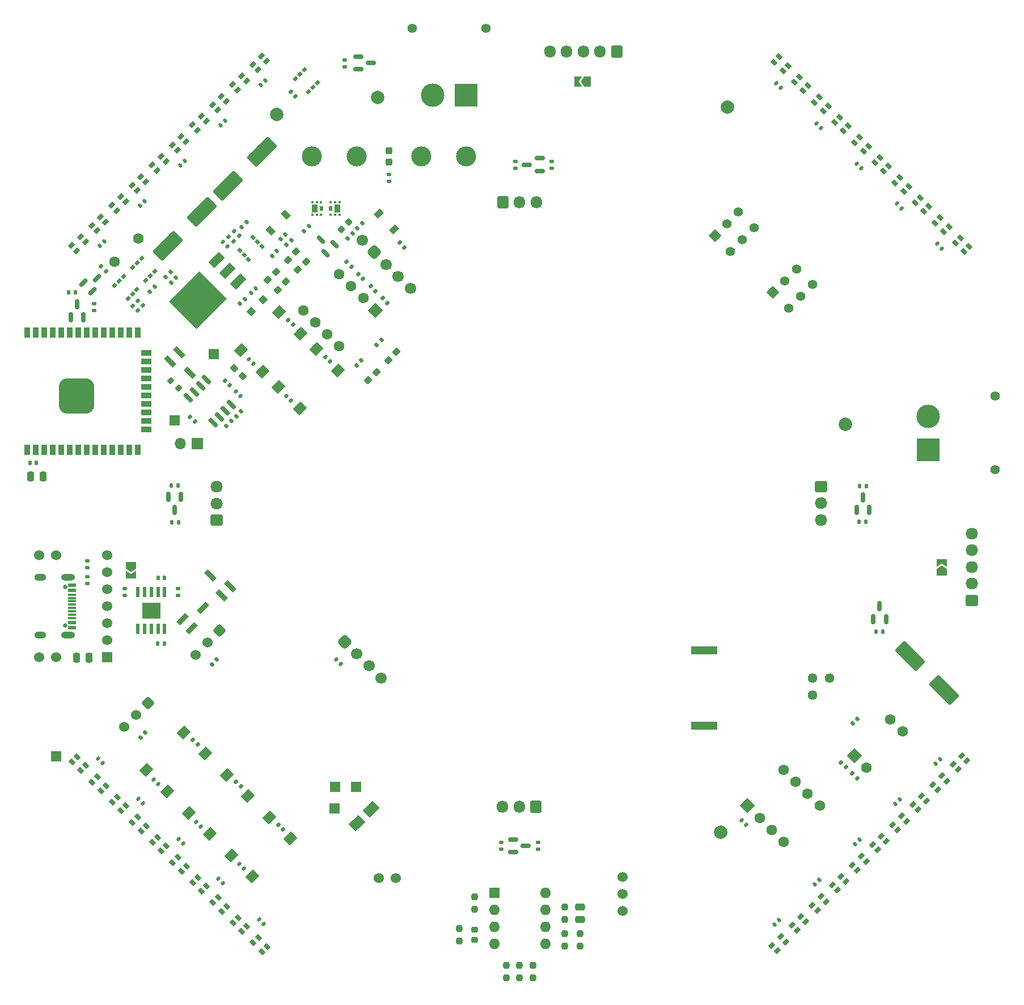
<source format=gbr>
%TF.GenerationSoftware,KiCad,Pcbnew,(6.0.11)*%
%TF.CreationDate,2023-10-13T19:34:53+09:00*%
%TF.ProjectId,ESP32,45535033-322e-46b6-9963-61645f706362,rev?*%
%TF.SameCoordinates,Original*%
%TF.FileFunction,Soldermask,Top*%
%TF.FilePolarity,Negative*%
%FSLAX46Y46*%
G04 Gerber Fmt 4.6, Leading zero omitted, Abs format (unit mm)*
G04 Created by KiCad (PCBNEW (6.0.11)) date 2023-10-13 19:34:53*
%MOMM*%
%LPD*%
G01*
G04 APERTURE LIST*
G04 Aperture macros list*
%AMRoundRect*
0 Rectangle with rounded corners*
0 $1 Rounding radius*
0 $2 $3 $4 $5 $6 $7 $8 $9 X,Y pos of 4 corners*
0 Add a 4 corners polygon primitive as box body*
4,1,4,$2,$3,$4,$5,$6,$7,$8,$9,$2,$3,0*
0 Add four circle primitives for the rounded corners*
1,1,$1+$1,$2,$3*
1,1,$1+$1,$4,$5*
1,1,$1+$1,$6,$7*
1,1,$1+$1,$8,$9*
0 Add four rect primitives between the rounded corners*
20,1,$1+$1,$2,$3,$4,$5,0*
20,1,$1+$1,$4,$5,$6,$7,0*
20,1,$1+$1,$6,$7,$8,$9,0*
20,1,$1+$1,$8,$9,$2,$3,0*%
%AMHorizOval*
0 Thick line with rounded ends*
0 $1 width*
0 $2 $3 position (X,Y) of the first rounded end (center of the circle)*
0 $4 $5 position (X,Y) of the second rounded end (center of the circle)*
0 Add line between two ends*
20,1,$1,$2,$3,$4,$5,0*
0 Add two circle primitives to create the rounded ends*
1,1,$1,$2,$3*
1,1,$1,$4,$5*%
%AMRotRect*
0 Rectangle, with rotation*
0 The origin of the aperture is its center*
0 $1 length*
0 $2 width*
0 $3 Rotation angle, in degrees counterclockwise*
0 Add horizontal line*
21,1,$1,$2,0,0,$3*%
%AMFreePoly0*
4,1,6,1.000000,0.000000,0.500000,-0.750000,-0.500000,-0.750000,-0.500000,0.750000,0.500000,0.750000,1.000000,0.000000,1.000000,0.000000,$1*%
%AMFreePoly1*
4,1,6,0.500000,-0.750000,-0.650000,-0.750000,-0.150000,0.000000,-0.650000,0.750000,0.500000,0.750000,0.500000,-0.750000,0.500000,-0.750000,$1*%
G04 Aperture macros list end*
%ADD10RoundRect,0.140000X-0.021213X0.219203X-0.219203X0.021213X0.021213X-0.219203X0.219203X-0.021213X0*%
%ADD11RoundRect,0.250000X0.675000X-0.600000X0.675000X0.600000X-0.675000X0.600000X-0.675000X-0.600000X0*%
%ADD12O,1.850000X1.700000*%
%ADD13RoundRect,0.237500X-0.237500X0.250000X-0.237500X-0.250000X0.237500X-0.250000X0.237500X0.250000X0*%
%ADD14RoundRect,0.150000X0.150000X-0.587500X0.150000X0.587500X-0.150000X0.587500X-0.150000X-0.587500X0*%
%ADD15RoundRect,0.150000X-0.583363X0.371231X0.371231X-0.583363X0.583363X-0.371231X-0.371231X0.583363X0*%
%ADD16RoundRect,0.140000X0.021213X-0.219203X0.219203X-0.021213X-0.021213X0.219203X-0.219203X0.021213X0*%
%ADD17RotRect,0.900000X0.700000X135.000000*%
%ADD18RotRect,1.800000X0.800000X135.000000*%
%ADD19R,1.500000X1.500000*%
%ADD20RoundRect,0.237500X0.035355X0.371231X-0.371231X-0.035355X-0.035355X-0.371231X0.371231X0.035355X0*%
%ADD21RoundRect,0.140000X-0.170000X0.140000X-0.170000X-0.140000X0.170000X-0.140000X0.170000X0.140000X0*%
%ADD22RoundRect,0.140000X0.219203X0.021213X0.021213X0.219203X-0.219203X-0.021213X-0.021213X-0.219203X0*%
%ADD23RoundRect,0.135000X-0.226274X-0.035355X-0.035355X-0.226274X0.226274X0.035355X0.035355X0.226274X0*%
%ADD24RoundRect,0.250000X0.600000X0.675000X-0.600000X0.675000X-0.600000X-0.675000X0.600000X-0.675000X0*%
%ADD25O,1.700000X1.850000*%
%ADD26RoundRect,0.135000X0.135000X0.185000X-0.135000X0.185000X-0.135000X-0.185000X0.135000X-0.185000X0*%
%ADD27RoundRect,0.135000X-0.035355X0.226274X-0.226274X0.035355X0.035355X-0.226274X0.226274X-0.035355X0*%
%ADD28RoundRect,0.135000X-0.185000X0.135000X-0.185000X-0.135000X0.185000X-0.135000X0.185000X0.135000X0*%
%ADD29RoundRect,0.135000X0.226274X0.035355X0.035355X0.226274X-0.226274X-0.035355X-0.035355X-0.226274X0*%
%ADD30RoundRect,0.250000X0.250000X0.475000X-0.250000X0.475000X-0.250000X-0.475000X0.250000X-0.475000X0*%
%ADD31RotRect,1.600000X1.400000X225.000000*%
%ADD32R,1.700000X1.700000*%
%ADD33O,1.700000X1.700000*%
%ADD34RotRect,0.900000X0.700000X315.000000*%
%ADD35RoundRect,0.237500X-0.035355X-0.371231X0.371231X0.035355X0.035355X0.371231X-0.371231X-0.035355X0*%
%ADD36RotRect,0.575000X0.620000X225.000000*%
%ADD37RoundRect,0.140000X-0.219203X-0.021213X-0.021213X-0.219203X0.219203X0.021213X0.021213X0.219203X0*%
%ADD38RotRect,0.900000X0.700000X45.000000*%
%ADD39RotRect,0.900000X0.700000X225.000000*%
%ADD40RotRect,0.900000X1.200000X135.000000*%
%ADD41C,1.524000*%
%ADD42RoundRect,0.250001X-1.979898X0.848528X0.848528X-1.979898X1.979898X-0.848528X-0.848528X1.979898X0*%
%ADD43R,4.000000X1.200000*%
%ADD44C,1.600000*%
%ADD45RoundRect,0.150000X0.521491X-0.309359X-0.309359X0.521491X-0.521491X0.309359X0.309359X-0.521491X0*%
%ADD46RoundRect,0.150000X-0.587500X-0.150000X0.587500X-0.150000X0.587500X0.150000X-0.587500X0.150000X0*%
%ADD47FreePoly0,90.000000*%
%ADD48FreePoly1,90.000000*%
%ADD49C,1.400000*%
%ADD50R,3.500000X3.500000*%
%ADD51C,3.500000*%
%ADD52RoundRect,0.140000X0.140000X0.170000X-0.140000X0.170000X-0.140000X-0.170000X0.140000X-0.170000X0*%
%ADD53RoundRect,0.135000X0.185000X-0.135000X0.185000X0.135000X-0.185000X0.135000X-0.185000X-0.135000X0*%
%ADD54RotRect,1.600000X1.600000X225.000000*%
%ADD55HorizOval,1.600000X0.000000X0.000000X0.000000X0.000000X0*%
%ADD56RoundRect,0.237500X0.237500X-0.250000X0.237500X0.250000X-0.237500X0.250000X-0.237500X-0.250000X0*%
%ADD57R,0.950000X1.150000*%
%ADD58R,0.400000X0.425000*%
%ADD59R,0.480000X0.800000*%
%ADD60RotRect,1.600000X1.600000X45.000000*%
%ADD61HorizOval,1.600000X0.000000X0.000000X0.000000X0.000000X0*%
%ADD62RoundRect,0.135000X0.035355X-0.226274X0.226274X-0.035355X-0.035355X0.226274X-0.226274X0.035355X0*%
%ADD63RotRect,1.800000X0.800000X45.000000*%
%ADD64RotRect,1.000000X1.000000X45.000000*%
%ADD65C,2.000000*%
%ADD66R,0.600000X1.500000*%
%ADD67R,2.800000X2.400000*%
%ADD68R,1.600000X1.600000*%
%ADD69O,1.600000X1.600000*%
%ADD70FreePoly0,270.000000*%
%ADD71FreePoly1,270.000000*%
%ADD72RoundRect,0.237500X0.380070X-0.044194X-0.044194X0.380070X-0.380070X0.044194X0.044194X-0.380070X0*%
%ADD73RoundRect,0.381000X-0.538815X0.000000X0.000000X-0.538815X0.538815X0.000000X0.000000X0.538815X0*%
%ADD74RoundRect,0.250001X-0.848528X-1.979898X1.979898X0.848528X0.848528X1.979898X-1.979898X-0.848528X0*%
%ADD75C,1.440000*%
%ADD76C,0.650000*%
%ADD77R,1.150000X0.600000*%
%ADD78R,1.150000X0.300000*%
%ADD79O,2.100000X1.000000*%
%ADD80O,1.800000X1.000000*%
%ADD81FreePoly0,180.000000*%
%ADD82FreePoly1,180.000000*%
%ADD83RotRect,1.800000X0.800000X315.000000*%
%ADD84RoundRect,0.425000X-0.601041X0.000000X0.000000X-0.601041X0.601041X0.000000X0.000000X0.601041X0*%
%ADD85C,1.700000*%
%ADD86RotRect,1.600000X1.400000X45.000000*%
%ADD87RoundRect,0.150000X-0.150000X0.587500X-0.150000X-0.587500X0.150000X-0.587500X0.150000X0.587500X0*%
%ADD88RoundRect,0.135000X-0.135000X-0.185000X0.135000X-0.185000X0.135000X0.185000X-0.135000X0.185000X0*%
%ADD89RoundRect,0.425000X0.000000X-0.601041X0.601041X0.000000X0.000000X0.601041X-0.601041X0.000000X0*%
%ADD90RoundRect,0.150000X0.587500X0.150000X-0.587500X0.150000X-0.587500X-0.150000X0.587500X-0.150000X0*%
%ADD91R,0.900000X1.500000*%
%ADD92R,1.500000X0.900000*%
%ADD93RoundRect,1.325000X1.325000X-1.325000X1.325000X1.325000X-1.325000X1.325000X-1.325000X-1.325000X0*%
%ADD94RotRect,2.200000X1.200000X225.000000*%
%ADD95RotRect,6.400000X5.800000X225.000000*%
%ADD96C,3.000000*%
%ADD97R,1.524000X1.524000*%
%ADD98RoundRect,0.250000X-0.600000X-0.675000X0.600000X-0.675000X0.600000X0.675000X-0.600000X0.675000X0*%
%ADD99RoundRect,0.200000X-0.335876X-0.053033X-0.053033X-0.335876X0.335876X0.053033X0.053033X0.335876X0*%
%ADD100RoundRect,0.237500X-0.237500X0.287500X-0.237500X-0.287500X0.237500X-0.287500X0.237500X0.287500X0*%
%ADD101RotRect,1.500000X1.500000X225.000000*%
%ADD102FreePoly0,225.000000*%
%ADD103FreePoly0,45.000000*%
%ADD104RotRect,1.400000X1.400000X45.000000*%
%ADD105RoundRect,0.250000X-0.250000X-0.475000X0.250000X-0.475000X0.250000X0.475000X-0.250000X0.475000X0*%
%ADD106RoundRect,0.250000X0.475000X-0.250000X0.475000X0.250000X-0.475000X0.250000X-0.475000X-0.250000X0*%
%ADD107RotRect,0.575000X0.620000X315.000000*%
%ADD108RoundRect,0.250000X-0.675000X0.600000X-0.675000X-0.600000X0.675000X-0.600000X0.675000X0.600000X0*%
%ADD109RoundRect,0.225000X0.250000X-0.225000X0.250000X0.225000X-0.250000X0.225000X-0.250000X-0.225000X0*%
%ADD110RotRect,0.900000X1.200000X45.000000*%
%ADD111RoundRect,0.225000X-0.017678X0.335876X-0.335876X0.017678X0.017678X-0.335876X0.335876X-0.017678X0*%
%ADD112RoundRect,0.150000X-0.309359X-0.521491X0.521491X0.309359X0.309359X0.521491X-0.521491X-0.309359X0*%
%ADD113RotRect,0.575000X0.620000X135.000000*%
G04 APERTURE END LIST*
D10*
%TO.C,C35*%
X223009004Y-146390997D03*
X222330182Y-147069819D03*
%TD*%
D11*
%TO.C,J5*%
X121020000Y-104640000D03*
D12*
X121020000Y-102140000D03*
X121020000Y-99640000D03*
%TD*%
D13*
%TO.C,R51*%
X159480000Y-160957500D03*
X159480000Y-162782500D03*
%TD*%
D14*
%TO.C,Q11*%
X219036522Y-119399023D03*
X220936522Y-119399023D03*
X219986522Y-117524023D03*
%TD*%
D15*
%TO.C,U1*%
X119470883Y-83666806D03*
X118572858Y-84564832D03*
X117674832Y-85462858D03*
X116776806Y-86360883D03*
X120489117Y-90073194D03*
X121387142Y-89175168D03*
X122285168Y-88277142D03*
X123183194Y-87379117D03*
%TD*%
D16*
%TO.C,C27*%
X121561223Y-45638777D03*
X122240045Y-44959955D03*
%TD*%
D10*
%TO.C,C38*%
X204977781Y-164422220D03*
X204298959Y-165101042D03*
%TD*%
D17*
%TO.C,D29*%
X217544264Y-49494924D03*
X218322081Y-48717107D03*
X217028076Y-47423102D03*
X216250259Y-48200919D03*
%TD*%
D18*
%TO.C,Q17*%
X121704975Y-115908478D03*
X123048478Y-114564975D03*
X120043274Y-112903274D03*
%TD*%
D19*
%TO.C,H7*%
X141840000Y-144470000D03*
%TD*%
D20*
%TO.C,D10*%
X144848718Y-82501282D03*
X143611282Y-83738718D03*
%TD*%
D21*
%TO.C,C3*%
X107280000Y-114900000D03*
X107280000Y-115860000D03*
%TD*%
D10*
%TO.C,C36*%
X216998596Y-152401405D03*
X216319774Y-153080227D03*
%TD*%
D22*
%TO.C,C15*%
X139489411Y-126139411D03*
X138810589Y-125460589D03*
%TD*%
D23*
%TO.C,R32*%
X117449376Y-137449376D03*
X118170624Y-138170624D03*
%TD*%
D24*
%TO.C,J3*%
X180730000Y-34620000D03*
D25*
X178230000Y-34620000D03*
X175730000Y-34620000D03*
X173230000Y-34620000D03*
X170730000Y-34620000D03*
%TD*%
D26*
%TO.C,R63*%
X99940000Y-70620000D03*
X98920000Y-70620000D03*
%TD*%
D27*
%TO.C,R20*%
X132120624Y-62789376D03*
X131399376Y-63510624D03*
%TD*%
D28*
%TO.C,R4*%
X101680000Y-113120000D03*
X101680000Y-114140000D03*
%TD*%
D29*
%TO.C,R58*%
X142860624Y-68590624D03*
X142139376Y-67869376D03*
%TD*%
D30*
%TO.C,C19*%
X95080000Y-98140000D03*
X93180000Y-98140000D03*
%TD*%
D22*
%TO.C,C39*%
X127969411Y-164959411D03*
X127290589Y-164280589D03*
%TD*%
D31*
%TO.C,SW7*%
X122467437Y-142700583D03*
X116810583Y-148357437D03*
X119992563Y-151539417D03*
X125649417Y-145882563D03*
%TD*%
D32*
%TO.C,JP1*%
X118070000Y-93160000D03*
D33*
X115530000Y-93160000D03*
%TD*%
D29*
%TO.C,R62*%
X132765624Y-41305624D03*
X132044376Y-40584376D03*
%TD*%
D34*
%TO.C,D34*%
X112187793Y-152022159D03*
X111409976Y-152799976D03*
X112703981Y-154093981D03*
X113481798Y-153316164D03*
%TD*%
D20*
%TO.C,D9*%
X147848718Y-79501282D03*
X146611282Y-80738718D03*
%TD*%
D27*
%TO.C,R26*%
X120990624Y-125469376D03*
X120269376Y-126190624D03*
%TD*%
D35*
%TO.C,D7*%
X128611282Y-68738718D03*
X129848718Y-67501282D03*
%TD*%
D36*
%TO.C,Q7*%
X127723216Y-63690287D03*
X127051464Y-63018536D03*
X126379713Y-62346784D03*
X124416784Y-64309713D03*
X125088536Y-64981464D03*
X125760287Y-65653216D03*
%TD*%
D37*
%TO.C,C20*%
X125810589Y-80570589D03*
X126489411Y-81249411D03*
%TD*%
D38*
%TO.C,D36*%
X212912866Y-159159317D03*
X213690683Y-159937134D03*
X214984688Y-158643129D03*
X214206871Y-157865312D03*
%TD*%
D19*
%TO.C,H1*%
X120590000Y-79820000D03*
%TD*%
D39*
%TO.C,D27*%
X113423122Y-51055736D03*
X112645305Y-50277919D03*
X111351300Y-51571924D03*
X112129117Y-52349741D03*
%TD*%
D40*
%TO.C,D1*%
X147486726Y-61175203D03*
X145153274Y-58841751D03*
%TD*%
D19*
%TO.C,H5*%
X138650000Y-144480000D03*
%TD*%
D35*
%TO.C,D4*%
X133111282Y-67238718D03*
X134348718Y-66001282D03*
%TD*%
D41*
%TO.C,U7*%
X181575000Y-163065000D03*
X181575000Y-160525000D03*
X181575000Y-157985000D03*
%TD*%
D22*
%TO.C,C21*%
X132069411Y-86739411D03*
X131390589Y-86060589D03*
%TD*%
D23*
%TO.C,R38*%
X130189376Y-150159376D03*
X130910624Y-150880624D03*
%TD*%
D16*
%TO.C,C28*%
X127571630Y-39628369D03*
X128250452Y-38949547D03*
%TD*%
D29*
%TO.C,R59*%
X141100624Y-66770624D03*
X140379376Y-66049376D03*
%TD*%
D28*
%TO.C,R53*%
X115200000Y-114840000D03*
X115200000Y-115860000D03*
%TD*%
D42*
%TO.C,C8*%
X224534416Y-124914416D03*
X229625584Y-130005584D03*
%TD*%
D43*
%TO.C,LS1*%
X193830000Y-124120000D03*
X193830000Y-135320000D03*
%TD*%
D27*
%TO.C,R22*%
X111740624Y-69759376D03*
X111019376Y-70480624D03*
%TD*%
D44*
%TO.C,C9*%
X109272767Y-62502233D03*
X105737233Y-66037767D03*
%TD*%
D38*
%TO.C,D31*%
X230944089Y-141128094D03*
X231721906Y-141905911D03*
X233015911Y-140611906D03*
X232238094Y-139834089D03*
%TD*%
D27*
%TO.C,R30*%
X142600624Y-80769376D03*
X141879376Y-81490624D03*
%TD*%
D45*
%TO.C,Q3*%
X137251821Y-64715324D03*
X138595324Y-63371821D03*
X136597747Y-62717747D03*
%TD*%
D46*
%TO.C,Q15*%
X165282500Y-152350000D03*
X165282500Y-154250000D03*
X167157500Y-153300000D03*
%TD*%
D47*
%TO.C,JP3*%
X229230000Y-112400000D03*
D48*
X229230000Y-110950000D03*
%TD*%
D19*
%TO.C,H2*%
X114730000Y-89700000D03*
%TD*%
D22*
%TO.C,C43*%
X103927780Y-140917781D03*
X103248958Y-140238959D03*
%TD*%
D29*
%TO.C,R56*%
X146470624Y-72160624D03*
X145749376Y-71439376D03*
%TD*%
D34*
%TO.C,D42*%
X106177385Y-146011751D03*
X105399568Y-146789568D03*
X106693573Y-148083573D03*
X107471390Y-147305756D03*
%TD*%
D49*
%TO.C,J9*%
X237230000Y-86120000D03*
X237230000Y-97120000D03*
D50*
X227230000Y-94120000D03*
D51*
X227230000Y-89120000D03*
%TD*%
D27*
%TO.C,R12*%
X134770000Y-60690000D03*
X134048752Y-61411248D03*
%TD*%
D52*
%TO.C,C22*%
X94060000Y-96070000D03*
X93100000Y-96070000D03*
%TD*%
D34*
%TO.C,D38*%
X109182589Y-149016955D03*
X108404772Y-149794772D03*
X109698777Y-151088777D03*
X110476594Y-150310960D03*
%TD*%
D53*
%TO.C,R42*%
X163510000Y-153790000D03*
X163510000Y-152770000D03*
%TD*%
D54*
%TO.C,SW11*%
X144674012Y-73270000D03*
D55*
X142877961Y-71473949D03*
X141081910Y-69677898D03*
X139285858Y-67881846D03*
X133897705Y-73270000D03*
X135693756Y-75066051D03*
X137489807Y-76862102D03*
X139285858Y-78658154D03*
%TD*%
D11*
%TO.C,J4*%
X233730000Y-116620000D03*
D12*
X233730000Y-114120000D03*
X233730000Y-111620000D03*
X233730000Y-109120000D03*
X233730000Y-106620000D03*
%TD*%
D22*
%TO.C,C42*%
X109938188Y-146928188D03*
X109259366Y-146249366D03*
%TD*%
D29*
%TO.C,R21*%
X109180624Y-73310624D03*
X108459376Y-72589376D03*
%TD*%
D56*
%TO.C,R6*%
X172980000Y-164275000D03*
X172980000Y-162450000D03*
%TD*%
D23*
%TO.C,R61*%
X215909376Y-142509376D03*
X216630624Y-143230624D03*
%TD*%
D37*
%TO.C,C16*%
X124380589Y-156040589D03*
X125059411Y-156719411D03*
%TD*%
D39*
%TO.C,D11*%
X101402307Y-63076551D03*
X100624490Y-62298734D03*
X99330485Y-63592739D03*
X100108302Y-64370556D03*
%TD*%
D53*
%TO.C,R46*%
X169010000Y-153790000D03*
X169010000Y-152770000D03*
%TD*%
D27*
%TO.C,R11*%
X141260624Y-61799376D03*
X140539376Y-62520624D03*
%TD*%
D17*
%TO.C,D26*%
X229565080Y-61515740D03*
X230342897Y-60737923D03*
X229048892Y-59443918D03*
X228271075Y-60221735D03*
%TD*%
D23*
%TO.C,R5*%
X148319376Y-63147853D03*
X149040624Y-63869101D03*
%TD*%
D28*
%TO.C,R2*%
X101640000Y-110730000D03*
X101640000Y-111750000D03*
%TD*%
D29*
%TO.C,R14*%
X109960624Y-72540623D03*
X109239376Y-71819375D03*
%TD*%
D41*
%TO.C,MK1*%
X145230000Y-158120000D03*
X147730000Y-158120000D03*
%TD*%
D37*
%TO.C,C33*%
X228557220Y-63347219D03*
X229236042Y-64026041D03*
%TD*%
D57*
%TO.C,Q4*%
X135625000Y-58030000D03*
D58*
X135300000Y-58967500D03*
X135950000Y-58967500D03*
X136600000Y-58967500D03*
X136600000Y-57092500D03*
D59*
X136650000Y-58030000D03*
D58*
X135950000Y-57092500D03*
X135300000Y-57092500D03*
%TD*%
D60*
%TO.C,SW2*%
X216211433Y-139825445D03*
D61*
X218007484Y-141621496D03*
X223395638Y-136233343D03*
X221599587Y-134437291D03*
%TD*%
D62*
%TO.C,R8*%
X123909376Y-89100624D03*
X124630624Y-88379376D03*
%TD*%
D63*
%TO.C,Q16*%
X115921522Y-119424975D03*
X117265025Y-120768478D03*
X118926726Y-117763274D03*
%TD*%
D64*
%TO.C,D8*%
X126134136Y-73431902D03*
X127901902Y-71664136D03*
%TD*%
D65*
%TO.C,TP5*%
X197270000Y-42890000D03*
%TD*%
D66*
%TO.C,U2*%
X109220500Y-120880000D03*
X110220500Y-120880000D03*
X111220500Y-120880000D03*
X112220500Y-120880000D03*
X113220500Y-120880000D03*
X113220500Y-115380000D03*
X112220500Y-115380000D03*
X111220500Y-115380000D03*
X110220500Y-115380000D03*
X109220500Y-115380000D03*
D67*
X111220500Y-118130000D03*
%TD*%
D39*
%TO.C,D16*%
X119433530Y-45045328D03*
X118655713Y-44267511D03*
X117361708Y-45561516D03*
X118139525Y-46339333D03*
%TD*%
D38*
%TO.C,D32*%
X215918070Y-156154113D03*
X216695887Y-156931930D03*
X217989892Y-155637925D03*
X217212075Y-154860108D03*
%TD*%
D28*
%TO.C,R40*%
X171056000Y-51003188D03*
X171056000Y-52023188D03*
%TD*%
D68*
%TO.C,U6*%
X162430000Y-160320000D03*
D69*
X162430000Y-162860000D03*
X162430000Y-165400000D03*
X162430000Y-167940000D03*
X170050000Y-167940000D03*
X170050000Y-165400000D03*
X170050000Y-162860000D03*
X170050000Y-160320000D03*
%TD*%
D38*
%TO.C,D35*%
X227938885Y-144133298D03*
X228716702Y-144911115D03*
X230010707Y-143617110D03*
X229232890Y-142839293D03*
%TD*%
D56*
%TO.C,R50*%
X166230000Y-173032500D03*
X166230000Y-171207500D03*
%TD*%
D34*
%TO.C,D49*%
X115192997Y-155027363D03*
X114415180Y-155805180D03*
X115709185Y-157099185D03*
X116487002Y-156321368D03*
%TD*%
D62*
%TO.C,R7*%
X122439376Y-90540624D03*
X123160624Y-89819376D03*
%TD*%
D65*
%TO.C,TP4*%
X196230000Y-151290000D03*
%TD*%
D62*
%TO.C,R15*%
X129269376Y-65160624D03*
X129990624Y-64439376D03*
%TD*%
D23*
%TO.C,R65*%
X103719376Y-66734376D03*
X104440624Y-67455624D03*
%TD*%
D22*
%TO.C,C4*%
X124510205Y-86091829D03*
X123831383Y-85413007D03*
%TD*%
D16*
%TO.C,C26*%
X115550815Y-51649184D03*
X116229637Y-50970362D03*
%TD*%
D70*
%TO.C,JP4*%
X108230000Y-111425000D03*
D71*
X108230000Y-112875000D03*
%TD*%
D38*
%TO.C,D47*%
X218923274Y-153148909D03*
X219701091Y-153926726D03*
X220995096Y-152632721D03*
X220217279Y-151854904D03*
%TD*%
D72*
%TO.C,C23*%
X124849880Y-83129880D03*
X123630120Y-81910120D03*
%TD*%
D35*
%TO.C,D6*%
X130111282Y-70238718D03*
X131348718Y-69001282D03*
%TD*%
D52*
%TO.C,C2*%
X113230000Y-113260000D03*
X112270000Y-113260000D03*
%TD*%
D27*
%TO.C,R16*%
X114911248Y-68398752D03*
X114190000Y-69120000D03*
%TD*%
D73*
%TO.C,SW3*%
X121446051Y-121153949D03*
D41*
X119650000Y-122950000D03*
X117853949Y-124746051D03*
%TD*%
D74*
%TO.C,C5*%
X122684416Y-54665584D03*
X127775584Y-49574416D03*
%TD*%
D23*
%TO.C,R3*%
X122212109Y-83793732D03*
X122933357Y-84514980D03*
%TD*%
D75*
%TO.C,RV1*%
X209960001Y-130789999D03*
X209960001Y-128250001D03*
X212499999Y-128250001D03*
%TD*%
D56*
%TO.C,R31*%
X172980000Y-168282500D03*
X172980000Y-166457500D03*
%TD*%
D76*
%TO.C,J10*%
X98335000Y-114630000D03*
X98335000Y-120410000D03*
D77*
X99410000Y-114320000D03*
X99410000Y-115120000D03*
D78*
X99410000Y-116270000D03*
X99410000Y-117270000D03*
X99410000Y-117770000D03*
X99410000Y-118770000D03*
D77*
X99410000Y-119920000D03*
X99410000Y-120720000D03*
X99410000Y-120720000D03*
X99410000Y-119920000D03*
D78*
X99410000Y-119270000D03*
X99410000Y-118270000D03*
X99410000Y-116770000D03*
X99410000Y-115770000D03*
D77*
X99410000Y-115120000D03*
X99410000Y-114320000D03*
D79*
X98835000Y-113200000D03*
X98835000Y-121840000D03*
D80*
X94655000Y-121840000D03*
X94655000Y-113200000D03*
%TD*%
D27*
%TO.C,R25*%
X216680624Y-134329376D03*
X215959376Y-135050624D03*
%TD*%
D65*
%TO.C,TP3*%
X129990000Y-44020000D03*
%TD*%
D14*
%TO.C,Q14*%
X216530000Y-103127500D03*
X218430000Y-103127500D03*
X217480000Y-101252500D03*
%TD*%
D39*
%TO.C,D24*%
X125443938Y-39034920D03*
X124666121Y-38257103D03*
X123372116Y-39551108D03*
X124149933Y-40328925D03*
%TD*%
D19*
%TO.C,H8*%
X97000000Y-139950000D03*
%TD*%
D23*
%TO.C,R23*%
X123619376Y-61429376D03*
X124340624Y-62150624D03*
%TD*%
D62*
%TO.C,R27*%
X109629376Y-137130624D03*
X110350624Y-136409376D03*
%TD*%
D81*
%TO.C,JP2*%
X176335000Y-39120000D03*
D82*
X174885000Y-39120000D03*
%TD*%
D34*
%TO.C,D33*%
X127213812Y-167048178D03*
X126435995Y-167825995D03*
X127730000Y-169120000D03*
X128507817Y-168342183D03*
%TD*%
D10*
%TO.C,C34*%
X229019411Y-140380589D03*
X228340589Y-141059411D03*
%TD*%
D13*
%TO.C,R47*%
X157230000Y-165707500D03*
X157230000Y-167532500D03*
%TD*%
D16*
%TO.C,C25*%
X109540407Y-57659592D03*
X110219229Y-56980770D03*
%TD*%
D23*
%TO.C,R55*%
X137209376Y-80209376D03*
X137930624Y-80930624D03*
%TD*%
D39*
%TO.C,D12*%
X116428326Y-48050532D03*
X115650509Y-47272715D03*
X114356504Y-48566720D03*
X115134321Y-49344537D03*
%TD*%
D53*
%TO.C,R64*%
X102680000Y-73330000D03*
X102680000Y-72310000D03*
%TD*%
D24*
%TO.C,J8*%
X168690000Y-147500000D03*
D25*
X166190000Y-147500000D03*
X163690000Y-147500000D03*
%TD*%
D83*
%TO.C,Q1*%
X115365025Y-79571522D03*
X114021522Y-80915025D03*
X117026726Y-82576726D03*
%TD*%
D17*
%TO.C,D25*%
X214539060Y-46489720D03*
X215316877Y-45711903D03*
X214022872Y-44417898D03*
X213245055Y-45195715D03*
%TD*%
D65*
%TO.C,TP1*%
X144990000Y-41500000D03*
%TD*%
D22*
%TO.C,C40*%
X121944861Y-158934861D03*
X121266039Y-158256039D03*
%TD*%
D46*
%TO.C,Q10*%
X142157500Y-35340000D03*
X142157500Y-37240000D03*
X144032500Y-36290000D03*
%TD*%
D26*
%TO.C,R52*%
X113230000Y-123050000D03*
X112210000Y-123050000D03*
%TD*%
D84*
%TO.C,U5*%
X140137898Y-122823949D03*
D85*
X141933949Y-124620000D03*
X143730000Y-126416051D03*
X145526051Y-128212102D03*
%TD*%
D26*
%TO.C,R37*%
X220440000Y-121270000D03*
X219420000Y-121270000D03*
%TD*%
D86*
%TO.C,SW10*%
X139059417Y-82262563D03*
X133402563Y-87919417D03*
X135877437Y-79080583D03*
X130220583Y-84737437D03*
%TD*%
D34*
%TO.C,D45*%
X118198201Y-158032567D03*
X117420384Y-158810384D03*
X118714389Y-160104389D03*
X119492206Y-159326572D03*
%TD*%
D29*
%TO.C,R54*%
X132380624Y-75420624D03*
X131659376Y-74699376D03*
%TD*%
D87*
%TO.C,Q12*%
X115680000Y-101192500D03*
X113780000Y-101192500D03*
X114730000Y-103067500D03*
%TD*%
D88*
%TO.C,R39*%
X114180000Y-99450000D03*
X115200000Y-99450000D03*
%TD*%
D39*
%TO.C,D15*%
X104407511Y-60071347D03*
X103629694Y-59293530D03*
X102335689Y-60587535D03*
X103113506Y-61365352D03*
%TD*%
D65*
%TO.C,TP2*%
X214900000Y-90320000D03*
%TD*%
D22*
%TO.C,C10*%
X122609411Y-63739411D03*
X121930589Y-63060589D03*
%TD*%
D39*
%TO.C,D19*%
X107412715Y-57066143D03*
X106634898Y-56288326D03*
X105340893Y-57582331D03*
X106118710Y-58360148D03*
%TD*%
D89*
%TO.C,SW1*%
X144523949Y-64612426D03*
D85*
X146320000Y-66408477D03*
X148116051Y-68204528D03*
X142727898Y-62816375D03*
X149912102Y-70000579D03*
%TD*%
D90*
%TO.C,Q13*%
X169210120Y-52463188D03*
X169210120Y-50563188D03*
X167335120Y-51513188D03*
%TD*%
D91*
%TO.C,U8*%
X92730000Y-94120000D03*
X94000000Y-94120000D03*
X95270000Y-94120000D03*
X96540000Y-94120000D03*
X97810000Y-94120000D03*
X99080000Y-94120000D03*
X100350000Y-94120000D03*
X101620000Y-94120000D03*
X102890000Y-94120000D03*
X104160000Y-94120000D03*
X105430000Y-94120000D03*
X106700000Y-94120000D03*
X107970000Y-94120000D03*
X109240000Y-94120000D03*
D92*
X110490000Y-91080000D03*
X110490000Y-89810000D03*
X110490000Y-88540000D03*
X110490000Y-87270000D03*
X110490000Y-86000000D03*
X110490000Y-84730000D03*
X110490000Y-83460000D03*
X110490000Y-82190000D03*
X110490000Y-80920000D03*
X110490000Y-79650000D03*
D91*
X109240000Y-76620000D03*
X107970000Y-76620000D03*
X106700000Y-76620000D03*
X105430000Y-76620000D03*
X104160000Y-76620000D03*
X102890000Y-76620000D03*
X101620000Y-76620000D03*
X100350000Y-76620000D03*
X99080000Y-76620000D03*
X97810000Y-76620000D03*
X96540000Y-76620000D03*
X95270000Y-76620000D03*
X94000000Y-76620000D03*
X92730000Y-76620000D03*
D93*
X100070000Y-86050000D03*
%TD*%
D31*
%TO.C,SW6*%
X116103476Y-136336622D03*
X110446622Y-141993476D03*
X113628602Y-145175456D03*
X119285456Y-139518602D03*
%TD*%
D39*
%TO.C,D20*%
X122438734Y-42040124D03*
X121660917Y-41262307D03*
X120366912Y-42556312D03*
X121144729Y-43334129D03*
%TD*%
D19*
%TO.C,H6*%
X138570000Y-147690000D03*
%TD*%
D17*
%TO.C,D14*%
X220549468Y-52500128D03*
X221327285Y-51722311D03*
X220033280Y-50428306D03*
X219255463Y-51206123D03*
%TD*%
D34*
%TO.C,D46*%
X103172181Y-143006547D03*
X102394364Y-143784364D03*
X103688369Y-145078369D03*
X104466186Y-144300552D03*
%TD*%
D94*
%TO.C,U3*%
X124212052Y-68962355D03*
D95*
X118145076Y-71804924D03*
D94*
X122599848Y-67350152D03*
X120987645Y-65737948D03*
%TD*%
D96*
%TO.C,F1*%
X141910000Y-50270000D03*
X135210000Y-50270000D03*
X158210000Y-50270000D03*
X151510000Y-50270000D03*
%TD*%
D37*
%TO.C,C31*%
X216536405Y-51326404D03*
X217215227Y-52005226D03*
%TD*%
D27*
%TO.C,R18*%
X125430624Y-60129376D03*
X124709376Y-60850624D03*
%TD*%
D56*
%TO.C,R48*%
X168230000Y-173032500D03*
X168230000Y-171207500D03*
%TD*%
D34*
%TO.C,D41*%
X121203404Y-161037770D03*
X120425587Y-161815587D03*
X121719592Y-163109592D03*
X122497409Y-162331775D03*
%TD*%
D41*
%TO.C,J1*%
X104670000Y-117525000D03*
X104670000Y-109905000D03*
D97*
X104670000Y-125145000D03*
D41*
X104670000Y-114985000D03*
X104670000Y-120065000D03*
X104670000Y-122605000D03*
X104670000Y-112445000D03*
X97050000Y-109905000D03*
X94510000Y-125145000D03*
X97050000Y-125145000D03*
X94510000Y-109905000D03*
%TD*%
D74*
%TO.C,C7*%
X113684416Y-63665584D03*
X118775584Y-58574416D03*
%TD*%
D26*
%TO.C,R45*%
X217980000Y-99580000D03*
X216960000Y-99580000D03*
%TD*%
D98*
%TO.C,J6*%
X163730000Y-57120000D03*
D25*
X166230000Y-57120000D03*
X168730000Y-57120000D03*
%TD*%
D17*
%TO.C,D30*%
X232570283Y-64520943D03*
X233348100Y-63743126D03*
X232054095Y-62449121D03*
X231276278Y-63226938D03*
%TD*%
D99*
%TO.C,R1*%
X114126637Y-83756637D03*
X115293363Y-84923363D03*
%TD*%
D17*
%TO.C,D18*%
X223554672Y-55505332D03*
X224332489Y-54727515D03*
X223038484Y-53433510D03*
X222260667Y-54211327D03*
%TD*%
D88*
%TO.C,R43*%
X114290000Y-104940000D03*
X115310000Y-104940000D03*
%TD*%
D100*
%TO.C,D51*%
X146710000Y-49395000D03*
X146710000Y-51145000D03*
%TD*%
D101*
%TO.C,JP5*%
X143828528Y-148021472D03*
X142131472Y-149718528D03*
D102*
X144394214Y-147455786D03*
D103*
X141565786Y-150284214D03*
%TD*%
D56*
%TO.C,R28*%
X175230000Y-168282500D03*
X175230000Y-166457500D03*
%TD*%
D16*
%TO.C,C11*%
X126168608Y-70677430D03*
X126847430Y-69998608D03*
%TD*%
D17*
%TO.C,D21*%
X211533857Y-43484517D03*
X212311674Y-42706700D03*
X211017669Y-41412695D03*
X210239852Y-42190512D03*
%TD*%
D37*
%TO.C,C30*%
X210525997Y-45315996D03*
X211204819Y-45994818D03*
%TD*%
D27*
%TO.C,R24*%
X125208643Y-71587395D03*
X124487395Y-72308643D03*
%TD*%
D37*
%TO.C,C14*%
X117970589Y-149730589D03*
X118649411Y-150409411D03*
%TD*%
D49*
%TO.C,J2*%
X150230000Y-31120000D03*
X161230000Y-31120000D03*
D50*
X158230000Y-41120000D03*
D51*
X153230000Y-41120000D03*
%TD*%
D104*
%TO.C,SW8*%
X204076000Y-70624000D03*
D49*
X205843767Y-68856233D03*
X207611534Y-67088466D03*
X206409452Y-72957452D03*
X208177219Y-71189685D03*
X209944986Y-69421918D03*
%TD*%
D22*
%TO.C,C12*%
X200097411Y-150211411D03*
X199418589Y-149532589D03*
%TD*%
D27*
%TO.C,R13*%
X131260624Y-61929376D03*
X130539376Y-62650624D03*
%TD*%
D22*
%TO.C,C41*%
X115948595Y-152938596D03*
X115269773Y-152259774D03*
%TD*%
D53*
%TO.C,R36*%
X140130000Y-36905000D03*
X140130000Y-35885000D03*
%TD*%
D14*
%TO.C,Q19*%
X99205000Y-74282500D03*
X101105000Y-74282500D03*
X100155000Y-72407500D03*
%TD*%
D35*
%TO.C,D5*%
X131611282Y-65738718D03*
X132848718Y-64501282D03*
%TD*%
D38*
%TO.C,D48*%
X203897255Y-168174928D03*
X204675072Y-168952745D03*
X205969077Y-167658740D03*
X205191260Y-166880923D03*
%TD*%
D31*
%TO.C,SW5*%
X130317437Y-73560583D03*
X124660583Y-79217437D03*
X133499417Y-76742563D03*
X127842563Y-82399417D03*
%TD*%
D105*
%TO.C,C1*%
X100050000Y-125170000D03*
X101950000Y-125170000D03*
%TD*%
D38*
%TO.C,D39*%
X224933681Y-147138502D03*
X225711498Y-147916319D03*
X227005503Y-146622314D03*
X226227686Y-145844497D03*
%TD*%
D58*
%TO.C,Q2*%
X139315559Y-57092500D03*
D57*
X138990559Y-58030000D03*
D58*
X138665559Y-57092500D03*
X138015559Y-57092500D03*
D59*
X137965559Y-58030000D03*
D58*
X138015559Y-58967500D03*
X138665559Y-58967500D03*
X139315559Y-58967500D03*
%TD*%
D39*
%TO.C,D23*%
X110417918Y-54060940D03*
X109640101Y-53283123D03*
X108346096Y-54577128D03*
X109123913Y-55354945D03*
%TD*%
D73*
%TO.C,SW4*%
X110766051Y-131963949D03*
D41*
X108970000Y-133760000D03*
X107173949Y-135556051D03*
%TD*%
D38*
%TO.C,D43*%
X221928478Y-150143705D03*
X222706295Y-150921522D03*
X224000300Y-149627517D03*
X223222483Y-148849700D03*
%TD*%
D17*
%TO.C,D17*%
X208528653Y-40479313D03*
X209306470Y-39701496D03*
X208012465Y-38407491D03*
X207234648Y-39185308D03*
%TD*%
D37*
%TO.C,C29*%
X204515589Y-39305589D03*
X205194411Y-39984411D03*
%TD*%
D23*
%TO.C,R19*%
X122759376Y-62249376D03*
X123480624Y-62970624D03*
%TD*%
D106*
%TO.C,C17*%
X175230000Y-164312500D03*
X175230000Y-162412500D03*
%TD*%
D17*
%TO.C,D13*%
X205523449Y-37474109D03*
X206301266Y-36696292D03*
X205007261Y-35402287D03*
X204229444Y-36180104D03*
%TD*%
D29*
%TO.C,R9*%
X117721980Y-89896063D03*
X117000732Y-89174815D03*
%TD*%
D60*
%TO.C,U4*%
X200255989Y-147320000D03*
D61*
X202052040Y-149116051D03*
X203848091Y-150912102D03*
X205644143Y-152708154D03*
X211032296Y-147320000D03*
X209236245Y-145523949D03*
X207440194Y-143727898D03*
X205644143Y-141931846D03*
%TD*%
D28*
%TO.C,R67*%
X146730000Y-52960000D03*
X146730000Y-53980000D03*
%TD*%
D107*
%TO.C,Q18*%
X134098409Y-37316947D03*
X133426658Y-37988699D03*
X132754906Y-38660450D03*
X134717835Y-40623379D03*
X135389586Y-39951627D03*
X136061338Y-39279876D03*
%TD*%
D108*
%TO.C,J7*%
X211230000Y-99620000D03*
D12*
X211230000Y-102120000D03*
X211230000Y-104620000D03*
%TD*%
D62*
%TO.C,R10*%
X142009376Y-61000624D03*
X142730624Y-60279376D03*
%TD*%
D38*
%TO.C,D44*%
X206902458Y-165169725D03*
X207680275Y-165947542D03*
X208974280Y-164653537D03*
X208196463Y-163875720D03*
%TD*%
D29*
%TO.C,R60*%
X214930624Y-141550624D03*
X214209376Y-140829376D03*
%TD*%
D17*
%TO.C,D22*%
X226559876Y-58510536D03*
X227337693Y-57732719D03*
X226043688Y-56438714D03*
X225265871Y-57216531D03*
%TD*%
D109*
%TO.C,C18*%
X159480000Y-167395000D03*
X159480000Y-165845000D03*
%TD*%
D110*
%TO.C,D2*%
X129013274Y-61336726D03*
X131346726Y-59003274D03*
%TD*%
D111*
%TO.C,C6*%
X140718008Y-60071992D03*
X139621992Y-61168008D03*
%TD*%
D39*
%TO.C,D28*%
X128449141Y-36029717D03*
X127671324Y-35251900D03*
X126377319Y-36545905D03*
X127155136Y-37323722D03*
%TD*%
D34*
%TO.C,D50*%
X100166978Y-140001344D03*
X99389161Y-140779161D03*
X100683166Y-142073166D03*
X101460983Y-141295349D03*
%TD*%
D104*
%TO.C,SW12*%
X195372051Y-62127949D03*
D49*
X197139818Y-60360182D03*
X198907585Y-58592415D03*
X197705503Y-64461401D03*
X199473270Y-62693634D03*
X201241037Y-60925867D03*
%TD*%
D53*
%TO.C,R44*%
X165596000Y-52084000D03*
X165596000Y-51064000D03*
%TD*%
D29*
%TO.C,R57*%
X144700624Y-70400624D03*
X143979376Y-69679376D03*
%TD*%
D10*
%TO.C,C37*%
X210988188Y-158411812D03*
X210309366Y-159090634D03*
%TD*%
D26*
%TO.C,R41*%
X217940000Y-104914000D03*
X216920000Y-104914000D03*
%TD*%
D37*
%TO.C,C13*%
X111580589Y-143360589D03*
X112259411Y-144039411D03*
%TD*%
D23*
%TO.C,R35*%
X123869376Y-143729376D03*
X124590624Y-144450624D03*
%TD*%
D107*
%TO.C,Q6*%
X107120287Y-68216784D03*
X106448536Y-68888536D03*
X105776784Y-69560287D03*
X107739713Y-71523216D03*
X108411464Y-70851464D03*
X109083216Y-70179713D03*
%TD*%
D112*
%TO.C,Q20*%
X101120336Y-69111161D03*
X102463839Y-70454664D03*
X103117913Y-68457087D03*
%TD*%
D31*
%TO.C,SW9*%
X123174544Y-154721398D03*
X128831398Y-149064544D03*
X132013378Y-152246524D03*
X126356524Y-157903378D03*
%TD*%
D113*
%TO.C,Q9*%
X110426719Y-68836210D03*
X111098470Y-68164458D03*
X111770222Y-67492707D03*
X109807293Y-65529778D03*
X109135542Y-66201530D03*
X108463790Y-66873281D03*
%TD*%
D16*
%TO.C,C24*%
X103530000Y-63670000D03*
X104208822Y-62991178D03*
%TD*%
D37*
%TO.C,C32*%
X222546812Y-57336812D03*
X223225634Y-58015634D03*
%TD*%
D34*
%TO.C,D37*%
X124208608Y-164042974D03*
X123430791Y-164820791D03*
X124724796Y-166114796D03*
X125502613Y-165336979D03*
%TD*%
D27*
%TO.C,R17*%
X114091248Y-67578752D03*
X113370000Y-68300000D03*
%TD*%
D56*
%TO.C,R49*%
X164230000Y-173032500D03*
X164230000Y-171207500D03*
%TD*%
D38*
%TO.C,D40*%
X209907662Y-162164521D03*
X210685479Y-162942338D03*
X211979484Y-161648333D03*
X211201667Y-160870516D03*
%TD*%
D27*
%TO.C,R29*%
X145600624Y-77739376D03*
X144879376Y-78460624D03*
%TD*%
M02*

</source>
